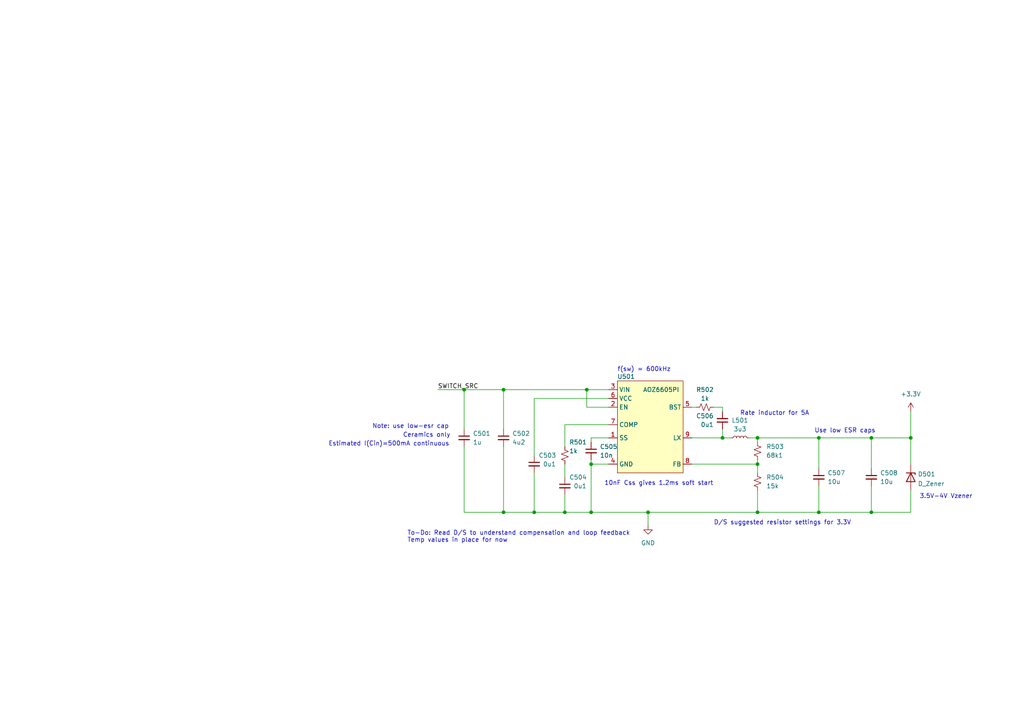
<source format=kicad_sch>
(kicad_sch (version 20211123) (generator eeschema)

  (uuid 1d868489-516a-4071-8587-ab67ef15ad3d)

  (paper "A4")

  (lib_symbols
    (symbol "Device:C_Small" (pin_numbers hide) (pin_names (offset 0.254) hide) (in_bom yes) (on_board yes)
      (property "Reference" "C" (id 0) (at 0.254 1.778 0)
        (effects (font (size 1.27 1.27)) (justify left))
      )
      (property "Value" "C_Small" (id 1) (at 0.254 -2.032 0)
        (effects (font (size 1.27 1.27)) (justify left))
      )
      (property "Footprint" "" (id 2) (at 0 0 0)
        (effects (font (size 1.27 1.27)) hide)
      )
      (property "Datasheet" "~" (id 3) (at 0 0 0)
        (effects (font (size 1.27 1.27)) hide)
      )
      (property "ki_keywords" "capacitor cap" (id 4) (at 0 0 0)
        (effects (font (size 1.27 1.27)) hide)
      )
      (property "ki_description" "Unpolarized capacitor, small symbol" (id 5) (at 0 0 0)
        (effects (font (size 1.27 1.27)) hide)
      )
      (property "ki_fp_filters" "C_*" (id 6) (at 0 0 0)
        (effects (font (size 1.27 1.27)) hide)
      )
      (symbol "C_Small_0_1"
        (polyline
          (pts
            (xy -1.524 -0.508)
            (xy 1.524 -0.508)
          )
          (stroke (width 0.3302) (type default) (color 0 0 0 0))
          (fill (type none))
        )
        (polyline
          (pts
            (xy -1.524 0.508)
            (xy 1.524 0.508)
          )
          (stroke (width 0.3048) (type default) (color 0 0 0 0))
          (fill (type none))
        )
      )
      (symbol "C_Small_1_1"
        (pin passive line (at 0 2.54 270) (length 2.032)
          (name "~" (effects (font (size 1.27 1.27))))
          (number "1" (effects (font (size 1.27 1.27))))
        )
        (pin passive line (at 0 -2.54 90) (length 2.032)
          (name "~" (effects (font (size 1.27 1.27))))
          (number "2" (effects (font (size 1.27 1.27))))
        )
      )
    )
    (symbol "Device:D_Zener" (pin_numbers hide) (pin_names (offset 1.016) hide) (in_bom yes) (on_board yes)
      (property "Reference" "D" (id 0) (at 0 2.54 0)
        (effects (font (size 1.27 1.27)))
      )
      (property "Value" "D_Zener" (id 1) (at 0 -2.54 0)
        (effects (font (size 1.27 1.27)))
      )
      (property "Footprint" "" (id 2) (at 0 0 0)
        (effects (font (size 1.27 1.27)) hide)
      )
      (property "Datasheet" "~" (id 3) (at 0 0 0)
        (effects (font (size 1.27 1.27)) hide)
      )
      (property "ki_keywords" "diode" (id 4) (at 0 0 0)
        (effects (font (size 1.27 1.27)) hide)
      )
      (property "ki_description" "Zener diode" (id 5) (at 0 0 0)
        (effects (font (size 1.27 1.27)) hide)
      )
      (property "ki_fp_filters" "TO-???* *_Diode_* *SingleDiode* D_*" (id 6) (at 0 0 0)
        (effects (font (size 1.27 1.27)) hide)
      )
      (symbol "D_Zener_0_1"
        (polyline
          (pts
            (xy 1.27 0)
            (xy -1.27 0)
          )
          (stroke (width 0) (type default) (color 0 0 0 0))
          (fill (type none))
        )
        (polyline
          (pts
            (xy -1.27 -1.27)
            (xy -1.27 1.27)
            (xy -0.762 1.27)
          )
          (stroke (width 0.254) (type default) (color 0 0 0 0))
          (fill (type none))
        )
        (polyline
          (pts
            (xy 1.27 -1.27)
            (xy 1.27 1.27)
            (xy -1.27 0)
            (xy 1.27 -1.27)
          )
          (stroke (width 0.254) (type default) (color 0 0 0 0))
          (fill (type none))
        )
      )
      (symbol "D_Zener_1_1"
        (pin passive line (at -3.81 0 0) (length 2.54)
          (name "K" (effects (font (size 1.27 1.27))))
          (number "1" (effects (font (size 1.27 1.27))))
        )
        (pin passive line (at 3.81 0 180) (length 2.54)
          (name "A" (effects (font (size 1.27 1.27))))
          (number "2" (effects (font (size 1.27 1.27))))
        )
      )
    )
    (symbol "Device:L_Small" (pin_numbers hide) (pin_names (offset 0.254) hide) (in_bom yes) (on_board yes)
      (property "Reference" "L" (id 0) (at 0.762 1.016 0)
        (effects (font (size 1.27 1.27)) (justify left))
      )
      (property "Value" "L_Small" (id 1) (at 0.762 -1.016 0)
        (effects (font (size 1.27 1.27)) (justify left))
      )
      (property "Footprint" "" (id 2) (at 0 0 0)
        (effects (font (size 1.27 1.27)) hide)
      )
      (property "Datasheet" "~" (id 3) (at 0 0 0)
        (effects (font (size 1.27 1.27)) hide)
      )
      (property "ki_keywords" "inductor choke coil reactor magnetic" (id 4) (at 0 0 0)
        (effects (font (size 1.27 1.27)) hide)
      )
      (property "ki_description" "Inductor, small symbol" (id 5) (at 0 0 0)
        (effects (font (size 1.27 1.27)) hide)
      )
      (property "ki_fp_filters" "Choke_* *Coil* Inductor_* L_*" (id 6) (at 0 0 0)
        (effects (font (size 1.27 1.27)) hide)
      )
      (symbol "L_Small_0_1"
        (arc (start 0 -2.032) (mid 0.508 -1.524) (end 0 -1.016)
          (stroke (width 0) (type default) (color 0 0 0 0))
          (fill (type none))
        )
        (arc (start 0 -1.016) (mid 0.508 -0.508) (end 0 0)
          (stroke (width 0) (type default) (color 0 0 0 0))
          (fill (type none))
        )
        (arc (start 0 0) (mid 0.508 0.508) (end 0 1.016)
          (stroke (width 0) (type default) (color 0 0 0 0))
          (fill (type none))
        )
        (arc (start 0 1.016) (mid 0.508 1.524) (end 0 2.032)
          (stroke (width 0) (type default) (color 0 0 0 0))
          (fill (type none))
        )
      )
      (symbol "L_Small_1_1"
        (pin passive line (at 0 2.54 270) (length 0.508)
          (name "~" (effects (font (size 1.27 1.27))))
          (number "1" (effects (font (size 1.27 1.27))))
        )
        (pin passive line (at 0 -2.54 90) (length 0.508)
          (name "~" (effects (font (size 1.27 1.27))))
          (number "2" (effects (font (size 1.27 1.27))))
        )
      )
    )
    (symbol "Device:R_Small_US" (pin_numbers hide) (pin_names (offset 0.254) hide) (in_bom yes) (on_board yes)
      (property "Reference" "R" (id 0) (at 0.762 0.508 0)
        (effects (font (size 1.27 1.27)) (justify left))
      )
      (property "Value" "R_Small_US" (id 1) (at 0.762 -1.016 0)
        (effects (font (size 1.27 1.27)) (justify left))
      )
      (property "Footprint" "" (id 2) (at 0 0 0)
        (effects (font (size 1.27 1.27)) hide)
      )
      (property "Datasheet" "~" (id 3) (at 0 0 0)
        (effects (font (size 1.27 1.27)) hide)
      )
      (property "ki_keywords" "r resistor" (id 4) (at 0 0 0)
        (effects (font (size 1.27 1.27)) hide)
      )
      (property "ki_description" "Resistor, small US symbol" (id 5) (at 0 0 0)
        (effects (font (size 1.27 1.27)) hide)
      )
      (property "ki_fp_filters" "R_*" (id 6) (at 0 0 0)
        (effects (font (size 1.27 1.27)) hide)
      )
      (symbol "R_Small_US_1_1"
        (polyline
          (pts
            (xy 0 0)
            (xy 1.016 -0.381)
            (xy 0 -0.762)
            (xy -1.016 -1.143)
            (xy 0 -1.524)
          )
          (stroke (width 0) (type default) (color 0 0 0 0))
          (fill (type none))
        )
        (polyline
          (pts
            (xy 0 1.524)
            (xy 1.016 1.143)
            (xy 0 0.762)
            (xy -1.016 0.381)
            (xy 0 0)
          )
          (stroke (width 0) (type default) (color 0 0 0 0))
          (fill (type none))
        )
        (pin passive line (at 0 2.54 270) (length 1.016)
          (name "~" (effects (font (size 1.27 1.27))))
          (number "1" (effects (font (size 1.27 1.27))))
        )
        (pin passive line (at 0 -2.54 90) (length 1.016)
          (name "~" (effects (font (size 1.27 1.27))))
          (number "2" (effects (font (size 1.27 1.27))))
        )
      )
    )
    (symbol "QuadrotorLib:AOZ6605PI" (in_bom yes) (on_board yes)
      (property "Reference" "U" (id 0) (at -7.62 13.97 0)
        (effects (font (size 1.27 1.27)))
      )
      (property "Value" "AOZ6605PI" (id 1) (at 5.08 13.97 0)
        (effects (font (size 1.27 1.27)))
      )
      (property "Footprint" "" (id 2) (at -2.54 6.35 0)
        (effects (font (size 1.27 1.27)) hide)
      )
      (property "Datasheet" "" (id 3) (at -2.54 6.35 0)
        (effects (font (size 1.27 1.27)) hide)
      )
      (symbol "AOZ6605PI_0_1"
        (rectangle (start -8.89 12.7) (end 10.16 -13.97)
          (stroke (width 0) (type default) (color 0 0 0 0))
          (fill (type background))
        )
      )
      (symbol "AOZ6605PI_1_1"
        (pin input line (at -11.43 -3.81 0) (length 2.54)
          (name "SS" (effects (font (size 1.27 1.27))))
          (number "1" (effects (font (size 1.27 1.27))))
        )
        (pin input line (at -11.43 5.08 0) (length 2.54)
          (name "EN" (effects (font (size 1.27 1.27))))
          (number "2" (effects (font (size 1.27 1.27))))
        )
        (pin input line (at -11.43 10.16 0) (length 2.54)
          (name "VIN" (effects (font (size 1.27 1.27))))
          (number "3" (effects (font (size 1.27 1.27))))
        )
        (pin input line (at -11.43 -11.43 0) (length 2.54)
          (name "GND" (effects (font (size 1.27 1.27))))
          (number "4" (effects (font (size 1.27 1.27))))
        )
        (pin input line (at 12.7 5.08 180) (length 2.54)
          (name "BST" (effects (font (size 1.27 1.27))))
          (number "5" (effects (font (size 1.27 1.27))))
        )
        (pin input line (at -11.43 7.62 0) (length 2.54)
          (name "VCC" (effects (font (size 1.27 1.27))))
          (number "6" (effects (font (size 1.27 1.27))))
        )
        (pin input line (at -11.43 0 0) (length 2.54)
          (name "COMP" (effects (font (size 1.27 1.27))))
          (number "7" (effects (font (size 1.27 1.27))))
        )
        (pin input line (at 12.7 -11.43 180) (length 2.54)
          (name "FB" (effects (font (size 1.27 1.27))))
          (number "8" (effects (font (size 1.27 1.27))))
        )
        (pin input line (at 12.7 -3.81 180) (length 2.54)
          (name "LX" (effects (font (size 1.27 1.27))))
          (number "9" (effects (font (size 1.27 1.27))))
        )
      )
    )
    (symbol "power:+3.3V" (power) (pin_names (offset 0)) (in_bom yes) (on_board yes)
      (property "Reference" "#PWR" (id 0) (at 0 -3.81 0)
        (effects (font (size 1.27 1.27)) hide)
      )
      (property "Value" "+3.3V" (id 1) (at 0 3.556 0)
        (effects (font (size 1.27 1.27)))
      )
      (property "Footprint" "" (id 2) (at 0 0 0)
        (effects (font (size 1.27 1.27)) hide)
      )
      (property "Datasheet" "" (id 3) (at 0 0 0)
        (effects (font (size 1.27 1.27)) hide)
      )
      (property "ki_keywords" "power-flag" (id 4) (at 0 0 0)
        (effects (font (size 1.27 1.27)) hide)
      )
      (property "ki_description" "Power symbol creates a global label with name \"+3.3V\"" (id 5) (at 0 0 0)
        (effects (font (size 1.27 1.27)) hide)
      )
      (symbol "+3.3V_0_1"
        (polyline
          (pts
            (xy -0.762 1.27)
            (xy 0 2.54)
          )
          (stroke (width 0) (type default) (color 0 0 0 0))
          (fill (type none))
        )
        (polyline
          (pts
            (xy 0 0)
            (xy 0 2.54)
          )
          (stroke (width 0) (type default) (color 0 0 0 0))
          (fill (type none))
        )
        (polyline
          (pts
            (xy 0 2.54)
            (xy 0.762 1.27)
          )
          (stroke (width 0) (type default) (color 0 0 0 0))
          (fill (type none))
        )
      )
      (symbol "+3.3V_1_1"
        (pin power_in line (at 0 0 90) (length 0) hide
          (name "+3.3V" (effects (font (size 1.27 1.27))))
          (number "1" (effects (font (size 1.27 1.27))))
        )
      )
    )
    (symbol "power:GND" (power) (pin_names (offset 0)) (in_bom yes) (on_board yes)
      (property "Reference" "#PWR" (id 0) (at 0 -6.35 0)
        (effects (font (size 1.27 1.27)) hide)
      )
      (property "Value" "GND" (id 1) (at 0 -3.81 0)
        (effects (font (size 1.27 1.27)))
      )
      (property "Footprint" "" (id 2) (at 0 0 0)
        (effects (font (size 1.27 1.27)) hide)
      )
      (property "Datasheet" "" (id 3) (at 0 0 0)
        (effects (font (size 1.27 1.27)) hide)
      )
      (property "ki_keywords" "power-flag" (id 4) (at 0 0 0)
        (effects (font (size 1.27 1.27)) hide)
      )
      (property "ki_description" "Power symbol creates a global label with name \"GND\" , ground" (id 5) (at 0 0 0)
        (effects (font (size 1.27 1.27)) hide)
      )
      (symbol "GND_0_1"
        (polyline
          (pts
            (xy 0 0)
            (xy 0 -1.27)
            (xy 1.27 -1.27)
            (xy 0 -2.54)
            (xy -1.27 -1.27)
            (xy 0 -1.27)
          )
          (stroke (width 0) (type default) (color 0 0 0 0))
          (fill (type none))
        )
      )
      (symbol "GND_1_1"
        (pin power_in line (at 0 0 270) (length 0) hide
          (name "GND" (effects (font (size 1.27 1.27))))
          (number "1" (effects (font (size 1.27 1.27))))
        )
      )
    )
  )

  (junction (at 170.18 113.03) (diameter 0) (color 0 0 0 0)
    (uuid 050e4068-aab1-482c-8b21-c70c5d93efed)
  )
  (junction (at 252.73 127) (diameter 0) (color 0 0 0 0)
    (uuid 1022e2dd-2c72-4887-9ebc-030c980a7e65)
  )
  (junction (at 146.05 113.03) (diameter 0) (color 0 0 0 0)
    (uuid 19d84bb7-658c-41b3-998b-a061cb929c53)
  )
  (junction (at 209.55 127) (diameter 0) (color 0 0 0 0)
    (uuid 1c0920aa-9944-4f3a-9526-18e23d00ab24)
  )
  (junction (at 219.71 134.62) (diameter 0) (color 0 0 0 0)
    (uuid 38d30f19-e9ba-4557-8846-c80d416d286d)
  )
  (junction (at 187.96 148.59) (diameter 0) (color 0 0 0 0)
    (uuid 3bd6f4c0-12bb-4421-a895-0534633f994e)
  )
  (junction (at 154.94 148.59) (diameter 0) (color 0 0 0 0)
    (uuid 52bce1b5-5c4b-493a-8fb9-f7f4505c8a0e)
  )
  (junction (at 237.49 127) (diameter 0) (color 0 0 0 0)
    (uuid 63b1e0be-ca9e-4bab-9301-6520b044a2e1)
  )
  (junction (at 237.49 148.59) (diameter 0) (color 0 0 0 0)
    (uuid 7386f915-069d-4441-b517-95c7e940d22e)
  )
  (junction (at 264.16 127) (diameter 0) (color 0 0 0 0)
    (uuid 7a4b74aa-9740-40ff-8091-bafe7c4647fa)
  )
  (junction (at 146.05 148.59) (diameter 0) (color 0 0 0 0)
    (uuid 8d00ccc4-fe13-4ec0-b144-8eede6923bd0)
  )
  (junction (at 219.71 127) (diameter 0) (color 0 0 0 0)
    (uuid a21de0d7-d32f-49b8-b967-0f1ee325a90a)
  )
  (junction (at 163.83 148.59) (diameter 0) (color 0 0 0 0)
    (uuid a8a687d9-13cc-4252-ba8b-d9b78b1fc014)
  )
  (junction (at 219.71 148.59) (diameter 0) (color 0 0 0 0)
    (uuid b84acb40-ebe7-4b66-8389-691c405e4bc8)
  )
  (junction (at 134.62 113.03) (diameter 0) (color 0 0 0 0)
    (uuid cc2ca3e4-c826-4f1b-a910-61ea620fa385)
  )
  (junction (at 171.45 134.62) (diameter 0) (color 0 0 0 0)
    (uuid d20178ae-bc25-4062-9e09-a3b96d57a4bc)
  )
  (junction (at 171.45 148.59) (diameter 0) (color 0 0 0 0)
    (uuid ee7b45ab-a762-47c3-bfc6-99dc6f6f9a1f)
  )
  (junction (at 252.73 148.59) (diameter 0) (color 0 0 0 0)
    (uuid f73f3230-b292-48bd-926d-12776c9d26ba)
  )

  (wire (pts (xy 163.83 123.19) (xy 176.53 123.19))
    (stroke (width 0) (type default) (color 0 0 0 0))
    (uuid 03e27ca4-9c48-49ad-98ed-73ee32b701a5)
  )
  (wire (pts (xy 264.16 142.24) (xy 264.16 148.59))
    (stroke (width 0) (type default) (color 0 0 0 0))
    (uuid 062196cc-2727-47fa-8352-908f2af18213)
  )
  (wire (pts (xy 209.55 118.11) (xy 209.55 119.38))
    (stroke (width 0) (type default) (color 0 0 0 0))
    (uuid 0777414d-6210-4222-b65f-7c852d99f3c4)
  )
  (wire (pts (xy 163.83 143.51) (xy 163.83 148.59))
    (stroke (width 0) (type default) (color 0 0 0 0))
    (uuid 0b6ea4c4-a636-456e-a4fa-417d29898cd5)
  )
  (wire (pts (xy 171.45 148.59) (xy 187.96 148.59))
    (stroke (width 0) (type default) (color 0 0 0 0))
    (uuid 12c36cda-d383-454b-8475-4b4e170a1348)
  )
  (wire (pts (xy 146.05 129.54) (xy 146.05 148.59))
    (stroke (width 0) (type default) (color 0 0 0 0))
    (uuid 17e0dfe6-7c45-4172-bcc7-4b4d95ce8a0b)
  )
  (wire (pts (xy 264.16 148.59) (xy 252.73 148.59))
    (stroke (width 0) (type default) (color 0 0 0 0))
    (uuid 1a90f395-bf2c-40f1-82bf-e4ccae7a1f28)
  )
  (wire (pts (xy 154.94 132.08) (xy 154.94 115.57))
    (stroke (width 0) (type default) (color 0 0 0 0))
    (uuid 1b4b9870-11bd-4278-a537-74a9640700bf)
  )
  (wire (pts (xy 200.66 134.62) (xy 219.71 134.62))
    (stroke (width 0) (type default) (color 0 0 0 0))
    (uuid 23af9ddb-95b1-4217-a429-123557ecbf04)
  )
  (wire (pts (xy 200.66 118.11) (xy 201.93 118.11))
    (stroke (width 0) (type default) (color 0 0 0 0))
    (uuid 2ddfc6c7-54aa-447f-b1da-01d7fcaaf73c)
  )
  (wire (pts (xy 134.62 148.59) (xy 146.05 148.59))
    (stroke (width 0) (type default) (color 0 0 0 0))
    (uuid 2f6852d7-2bcb-44f3-9596-9c975817a15e)
  )
  (wire (pts (xy 219.71 134.62) (xy 219.71 133.35))
    (stroke (width 0) (type default) (color 0 0 0 0))
    (uuid 365bce2e-73f1-45a0-88c9-c86fc9b961c2)
  )
  (wire (pts (xy 219.71 127) (xy 219.71 128.27))
    (stroke (width 0) (type default) (color 0 0 0 0))
    (uuid 3c3d4ea3-908b-449d-b25f-fc808253079a)
  )
  (wire (pts (xy 146.05 113.03) (xy 170.18 113.03))
    (stroke (width 0) (type default) (color 0 0 0 0))
    (uuid 40de0e85-3002-4d2b-9e0d-6abd3029b25c)
  )
  (wire (pts (xy 252.73 135.89) (xy 252.73 127))
    (stroke (width 0) (type default) (color 0 0 0 0))
    (uuid 4d22ae0e-7f57-4c60-8ec7-86250b9f8561)
  )
  (wire (pts (xy 171.45 134.62) (xy 176.53 134.62))
    (stroke (width 0) (type default) (color 0 0 0 0))
    (uuid 4f09ecd5-fed0-48f6-a61b-ea6082a485c0)
  )
  (wire (pts (xy 207.01 118.11) (xy 209.55 118.11))
    (stroke (width 0) (type default) (color 0 0 0 0))
    (uuid 642b21d3-5e39-4b3f-8456-92614cff10cd)
  )
  (wire (pts (xy 163.83 134.62) (xy 163.83 138.43))
    (stroke (width 0) (type default) (color 0 0 0 0))
    (uuid 668d12f7-7cfc-4442-9019-1fae35fe509a)
  )
  (wire (pts (xy 154.94 148.59) (xy 163.83 148.59))
    (stroke (width 0) (type default) (color 0 0 0 0))
    (uuid 6b54b1c7-e49b-417b-b91b-2799a4bfdbd2)
  )
  (wire (pts (xy 170.18 113.03) (xy 176.53 113.03))
    (stroke (width 0) (type default) (color 0 0 0 0))
    (uuid 6c6f0a19-77ed-4d81-8fce-99eab92faebb)
  )
  (wire (pts (xy 154.94 115.57) (xy 176.53 115.57))
    (stroke (width 0) (type default) (color 0 0 0 0))
    (uuid 6cbbf96f-deb0-4c1d-a7c1-d00e5ed8ce03)
  )
  (wire (pts (xy 219.71 148.59) (xy 237.49 148.59))
    (stroke (width 0) (type default) (color 0 0 0 0))
    (uuid 72c2b9c5-1b2f-4b27-a308-43e73ee12b27)
  )
  (wire (pts (xy 219.71 127) (xy 237.49 127))
    (stroke (width 0) (type default) (color 0 0 0 0))
    (uuid 7557bf99-ed92-46eb-8d4c-5647fa3690dd)
  )
  (wire (pts (xy 264.16 119.38) (xy 264.16 127))
    (stroke (width 0) (type default) (color 0 0 0 0))
    (uuid 7587fb83-0501-447e-bad0-2423bdb2af82)
  )
  (wire (pts (xy 170.18 118.11) (xy 170.18 113.03))
    (stroke (width 0) (type default) (color 0 0 0 0))
    (uuid 76dea2e4-962d-4aeb-b5ff-f82afe41bf2e)
  )
  (wire (pts (xy 176.53 118.11) (xy 170.18 118.11))
    (stroke (width 0) (type default) (color 0 0 0 0))
    (uuid 7ef0c609-0c73-49e4-803e-55010c24599e)
  )
  (wire (pts (xy 134.62 129.54) (xy 134.62 148.59))
    (stroke (width 0) (type default) (color 0 0 0 0))
    (uuid 8cc34c0c-500d-46d8-9dbe-a4b89b4ffb7d)
  )
  (wire (pts (xy 127 113.03) (xy 134.62 113.03))
    (stroke (width 0) (type default) (color 0 0 0 0))
    (uuid 8df1a327-a013-4ad9-8c00-a6a515d02b2b)
  )
  (wire (pts (xy 163.83 129.54) (xy 163.83 123.19))
    (stroke (width 0) (type default) (color 0 0 0 0))
    (uuid 9587e8a8-afd5-42ff-8e13-3c01d9cb2597)
  )
  (wire (pts (xy 237.49 135.89) (xy 237.49 127))
    (stroke (width 0) (type default) (color 0 0 0 0))
    (uuid 959ca723-372f-4492-842d-5b7343f32ce4)
  )
  (wire (pts (xy 219.71 134.62) (xy 219.71 137.16))
    (stroke (width 0) (type default) (color 0 0 0 0))
    (uuid 99357156-6ee9-4f8c-855b-203d96db4fbb)
  )
  (wire (pts (xy 209.55 124.46) (xy 209.55 127))
    (stroke (width 0) (type default) (color 0 0 0 0))
    (uuid 9a2ecaa2-333b-4d7d-9d6a-ecf8b1ee2334)
  )
  (wire (pts (xy 134.62 113.03) (xy 146.05 113.03))
    (stroke (width 0) (type default) (color 0 0 0 0))
    (uuid 9da1b672-25ef-4c87-8e27-1a4c54205d23)
  )
  (wire (pts (xy 171.45 134.62) (xy 171.45 148.59))
    (stroke (width 0) (type default) (color 0 0 0 0))
    (uuid 9ea8fdec-148d-4c6c-945c-69d711353919)
  )
  (wire (pts (xy 237.49 148.59) (xy 252.73 148.59))
    (stroke (width 0) (type default) (color 0 0 0 0))
    (uuid a58f4153-6227-4b0d-8272-2ab6bbf7eb09)
  )
  (wire (pts (xy 217.17 127) (xy 219.71 127))
    (stroke (width 0) (type default) (color 0 0 0 0))
    (uuid a5edd35f-0cd8-4131-b4c6-b5ac7ed781ef)
  )
  (wire (pts (xy 154.94 137.16) (xy 154.94 148.59))
    (stroke (width 0) (type default) (color 0 0 0 0))
    (uuid a9cd1b75-9af4-459b-be52-d4e760fb7be1)
  )
  (wire (pts (xy 209.55 127) (xy 212.09 127))
    (stroke (width 0) (type default) (color 0 0 0 0))
    (uuid afd2290b-43e0-47fe-84b4-be788b1e29c5)
  )
  (wire (pts (xy 200.66 127) (xy 209.55 127))
    (stroke (width 0) (type default) (color 0 0 0 0))
    (uuid b734a671-5253-439d-adc8-fc5ee714409a)
  )
  (wire (pts (xy 146.05 148.59) (xy 154.94 148.59))
    (stroke (width 0) (type default) (color 0 0 0 0))
    (uuid c2ea537b-a6c8-4470-b4dc-7b067188404b)
  )
  (wire (pts (xy 187.96 148.59) (xy 187.96 152.4))
    (stroke (width 0) (type default) (color 0 0 0 0))
    (uuid cb155874-a755-4b28-96bc-63756d1de01e)
  )
  (wire (pts (xy 237.49 148.59) (xy 237.49 140.97))
    (stroke (width 0) (type default) (color 0 0 0 0))
    (uuid cb71f709-90d2-4911-a3ee-c3c3ce6bad6d)
  )
  (wire (pts (xy 171.45 133.35) (xy 171.45 134.62))
    (stroke (width 0) (type default) (color 0 0 0 0))
    (uuid cb85b8c5-7a93-448d-a705-cc4734e4f958)
  )
  (wire (pts (xy 252.73 148.59) (xy 252.73 140.97))
    (stroke (width 0) (type default) (color 0 0 0 0))
    (uuid cba73937-9555-4c7a-9f34-0133d852cae6)
  )
  (wire (pts (xy 187.96 148.59) (xy 219.71 148.59))
    (stroke (width 0) (type default) (color 0 0 0 0))
    (uuid d0a3fda5-204e-4625-ad29-d675c0b9bbb1)
  )
  (wire (pts (xy 264.16 127) (xy 252.73 127))
    (stroke (width 0) (type default) (color 0 0 0 0))
    (uuid d3f56111-d65a-4700-aaa3-f05bfe405541)
  )
  (wire (pts (xy 171.45 128.27) (xy 171.45 127))
    (stroke (width 0) (type default) (color 0 0 0 0))
    (uuid d8425cd8-e411-411f-848c-e717b1247075)
  )
  (wire (pts (xy 146.05 113.03) (xy 146.05 124.46))
    (stroke (width 0) (type default) (color 0 0 0 0))
    (uuid e8661e09-c8e5-41c4-b392-e2706874604b)
  )
  (wire (pts (xy 237.49 127) (xy 252.73 127))
    (stroke (width 0) (type default) (color 0 0 0 0))
    (uuid e9c3c4d2-1d0b-4eed-96ab-c0f68e1fe9fa)
  )
  (wire (pts (xy 134.62 113.03) (xy 134.62 124.46))
    (stroke (width 0) (type default) (color 0 0 0 0))
    (uuid ef535b40-b92b-4a63-a4dd-28562be785ef)
  )
  (wire (pts (xy 219.71 142.24) (xy 219.71 148.59))
    (stroke (width 0) (type default) (color 0 0 0 0))
    (uuid f4106f2b-a75f-421f-8ace-d0acd7109d81)
  )
  (wire (pts (xy 264.16 127) (xy 264.16 134.62))
    (stroke (width 0) (type default) (color 0 0 0 0))
    (uuid f82bb1b3-e06e-48b3-9314-4dca4fac2599)
  )
  (wire (pts (xy 163.83 148.59) (xy 171.45 148.59))
    (stroke (width 0) (type default) (color 0 0 0 0))
    (uuid fdc5548f-cae6-410c-ab9d-6f9056542800)
  )
  (wire (pts (xy 171.45 127) (xy 176.53 127))
    (stroke (width 0) (type default) (color 0 0 0 0))
    (uuid fedb5ea0-5997-4c57-874b-8013a5f0d990)
  )

  (text "Estimated I(Cin)=500mA continuous" (at 95.25 129.54 0)
    (effects (font (size 1.27 1.27)) (justify left bottom))
    (uuid 1a504af5-a852-4a48-a467-59820464f8e0)
  )
  (text "Note: use low-esr cap" (at 107.95 124.46 0)
    (effects (font (size 1.27 1.27)) (justify left bottom))
    (uuid 1f6c474a-ed40-427b-a5ad-21aa78248669)
  )
  (text "To-Do: Read D/S to understand compensation and loop feedback\nTemp values in place for now"
    (at 118.11 157.48 0)
    (effects (font (size 1.27 1.27)) (justify left bottom))
    (uuid 272ff4c4-cab1-4091-b214-dba75c1a6e2b)
  )
  (text "Rate inductor for 5A" (at 214.63 120.65 0)
    (effects (font (size 1.27 1.27)) (justify left bottom))
    (uuid 4b742c08-460f-4902-bcb1-1dfe78f794c5)
  )
  (text "Use low ESR caps" (at 236.22 125.73 0)
    (effects (font (size 1.27 1.27)) (justify left bottom))
    (uuid 64f7110f-e5b9-4244-8da8-b3931533034c)
  )
  (text "Ceramics only" (at 116.84 127 0)
    (effects (font (size 1.27 1.27)) (justify left bottom))
    (uuid 8d229d59-c7ec-4b25-80ab-f9697a46a278)
  )
  (text "f(sw) = 600kHz" (at 179.07 107.95 0)
    (effects (font (size 1.27 1.27)) (justify left bottom))
    (uuid a0d8b37a-55bc-486f-b813-7bb4492e4a9d)
  )
  (text "3.5V-4V Vzener" (at 266.7 144.78 0)
    (effects (font (size 1.27 1.27)) (justify left bottom))
    (uuid e22924e3-1740-463f-b20d-da90ab42af89)
  )
  (text "D/S suggested resistor settings for 3.3V" (at 207.01 152.4 0)
    (effects (font (size 1.27 1.27)) (justify left bottom))
    (uuid e4f66b63-9b68-4524-a890-b7325a7e4e88)
  )
  (text "10nF Css gives 1.2ms soft start" (at 175.26 140.97 0)
    (effects (font (size 1.27 1.27)) (justify left bottom))
    (uuid e9d821e6-07ba-4e13-a81f-5750a6bb3390)
  )

  (label "SWITCH_SRC" (at 127 113.03 0)
    (effects (font (size 1.27 1.27)) (justify left bottom))
    (uuid f2c838ce-524b-48cd-aed6-c4fe855f1b36)
  )

  (symbol (lib_id "Device:C_Small") (at 134.62 127 0) (mirror y) (unit 1)
    (in_bom yes) (on_board yes) (fields_autoplaced)
    (uuid 06c2ba25-307a-42f6-a71b-3adce657aa52)
    (property "Reference" "C501" (id 0) (at 137.16 125.7362 0)
      (effects (font (size 1.27 1.27)) (justify right))
    )
    (property "Value" "1u" (id 1) (at 137.16 128.2762 0)
      (effects (font (size 1.27 1.27)) (justify right))
    )
    (property "Footprint" "Capacitor_SMD:C_0805_2012Metric" (id 2) (at 134.62 127 0)
      (effects (font (size 1.27 1.27)) hide)
    )
    (property "Datasheet" "~" (id 3) (at 134.62 127 0)
      (effects (font (size 1.27 1.27)) hide)
    )
    (pin "1" (uuid aa100e7e-1b27-40e6-80aa-c22f122f8f91))
    (pin "2" (uuid 5f0c7aa6-9977-465a-913c-6ff3837b3499))
  )

  (symbol (lib_id "power:GND") (at 187.96 152.4 0) (unit 1)
    (in_bom yes) (on_board yes) (fields_autoplaced)
    (uuid 0995e1a7-ffe0-4274-82f5-86490eb8d92e)
    (property "Reference" "#PWR0501" (id 0) (at 187.96 158.75 0)
      (effects (font (size 1.27 1.27)) hide)
    )
    (property "Value" "GND" (id 1) (at 187.96 157.48 0))
    (property "Footprint" "" (id 2) (at 187.96 152.4 0)
      (effects (font (size 1.27 1.27)) hide)
    )
    (property "Datasheet" "" (id 3) (at 187.96 152.4 0)
      (effects (font (size 1.27 1.27)) hide)
    )
    (pin "1" (uuid a2838c0a-5074-4b43-8c96-12888c10f733))
  )

  (symbol (lib_id "Device:R_Small_US") (at 163.83 132.08 0) (unit 1)
    (in_bom yes) (on_board yes)
    (uuid 1fb0d658-277f-48b1-9bb0-50ef8330c735)
    (property "Reference" "R501" (id 0) (at 165.1 128.27 0)
      (effects (font (size 1.27 1.27)) (justify left))
    )
    (property "Value" "1k" (id 1) (at 165.1 130.81 0)
      (effects (font (size 1.27 1.27)) (justify left))
    )
    (property "Footprint" "Resistor_SMD:R_0402_1005Metric" (id 2) (at 163.83 132.08 0)
      (effects (font (size 1.27 1.27)) hide)
    )
    (property "Datasheet" "~" (id 3) (at 163.83 132.08 0)
      (effects (font (size 1.27 1.27)) hide)
    )
    (pin "1" (uuid 6efdf1e8-59ca-4dcf-a172-2df2ecb9920e))
    (pin "2" (uuid 6309c111-2fa7-47d5-bc3d-1da6d108e5ce))
  )

  (symbol (lib_id "Device:L_Small") (at 214.63 127 90) (unit 1)
    (in_bom yes) (on_board yes) (fields_autoplaced)
    (uuid 214962ce-30e9-40e8-a35c-d05a6dfaba28)
    (property "Reference" "L501" (id 0) (at 214.63 121.92 90))
    (property "Value" "3u3" (id 1) (at 214.63 124.46 90))
    (property "Footprint" "Inductor_SMD:L_12x12mm_H4.5mm" (id 2) (at 214.63 127 0)
      (effects (font (size 1.27 1.27)) hide)
    )
    (property "Datasheet" "~" (id 3) (at 214.63 127 0)
      (effects (font (size 1.27 1.27)) hide)
    )
    (pin "1" (uuid 9903af5f-141d-471a-bc11-59e9d0a021f6))
    (pin "2" (uuid c2602f5a-d60b-42db-9eb7-18690cef2f2e))
  )

  (symbol (lib_id "Device:C_Small") (at 209.55 121.92 0) (mirror x) (unit 1)
    (in_bom yes) (on_board yes) (fields_autoplaced)
    (uuid 2227a45b-90d5-40d8-a443-df9d9c8ec219)
    (property "Reference" "C506" (id 0) (at 207.01 120.6435 0)
      (effects (font (size 1.27 1.27)) (justify right))
    )
    (property "Value" "0u1" (id 1) (at 207.01 123.1835 0)
      (effects (font (size 1.27 1.27)) (justify right))
    )
    (property "Footprint" "Capacitor_SMD:C_0402_1005Metric" (id 2) (at 209.55 121.92 0)
      (effects (font (size 1.27 1.27)) hide)
    )
    (property "Datasheet" "~" (id 3) (at 209.55 121.92 0)
      (effects (font (size 1.27 1.27)) hide)
    )
    (pin "1" (uuid be6a38e7-f85d-41b9-889d-065900738ea7))
    (pin "2" (uuid 0dc81579-7f92-42bd-b36d-dfe5edbb9df3))
  )

  (symbol (lib_id "Device:C_Small") (at 146.05 127 0) (mirror y) (unit 1)
    (in_bom yes) (on_board yes) (fields_autoplaced)
    (uuid 27a4ce66-3c44-4277-bcad-0dd45435c8a9)
    (property "Reference" "C502" (id 0) (at 148.59 125.7362 0)
      (effects (font (size 1.27 1.27)) (justify right))
    )
    (property "Value" "4u2" (id 1) (at 148.59 128.2762 0)
      (effects (font (size 1.27 1.27)) (justify right))
    )
    (property "Footprint" "Capacitor_SMD:C_0805_2012Metric" (id 2) (at 146.05 127 0)
      (effects (font (size 1.27 1.27)) hide)
    )
    (property "Datasheet" "~" (id 3) (at 146.05 127 0)
      (effects (font (size 1.27 1.27)) hide)
    )
    (pin "1" (uuid 16f61d5d-4161-45a0-9319-3343b529073a))
    (pin "2" (uuid ead2fca4-7532-46a7-a798-adb809168f35))
  )

  (symbol (lib_id "Device:R_Small_US") (at 204.47 118.11 270) (unit 1)
    (in_bom yes) (on_board yes)
    (uuid 5207d998-98e6-4265-9920-a173959118e3)
    (property "Reference" "R502" (id 0) (at 204.47 113.03 90))
    (property "Value" "1k" (id 1) (at 204.47 115.57 90))
    (property "Footprint" "Resistor_SMD:R_0402_1005Metric" (id 2) (at 204.47 118.11 0)
      (effects (font (size 1.27 1.27)) hide)
    )
    (property "Datasheet" "~" (id 3) (at 204.47 118.11 0)
      (effects (font (size 1.27 1.27)) hide)
    )
    (pin "1" (uuid a4feed54-35b5-4b63-9fe3-ba30d88d5248))
    (pin "2" (uuid 7922e6f0-ff40-4515-a6cb-8e2b12cc6033))
  )

  (symbol (lib_id "Device:C_Small") (at 154.94 134.62 0) (mirror y) (unit 1)
    (in_bom yes) (on_board yes)
    (uuid 75858566-a6d1-4848-94f3-ae0e3828eb08)
    (property "Reference" "C503" (id 0) (at 156.21 132.08 0)
      (effects (font (size 1.27 1.27)) (justify right))
    )
    (property "Value" "0u1" (id 1) (at 157.48 134.62 0)
      (effects (font (size 1.27 1.27)) (justify right))
    )
    (property "Footprint" "Capacitor_SMD:C_0402_1005Metric" (id 2) (at 154.94 134.62 0)
      (effects (font (size 1.27 1.27)) hide)
    )
    (property "Datasheet" "~" (id 3) (at 154.94 134.62 0)
      (effects (font (size 1.27 1.27)) hide)
    )
    (pin "1" (uuid 76ea5a71-909a-45e1-bcf4-fc82b10580c1))
    (pin "2" (uuid 614139d5-9e93-4cba-9b20-7f5027fd8cf6))
  )

  (symbol (lib_id "Device:D_Zener") (at 264.16 138.43 270) (unit 1)
    (in_bom yes) (on_board yes) (fields_autoplaced)
    (uuid 804723d2-bff4-42f7-8f79-d870ef8e175e)
    (property "Reference" "D501" (id 0) (at 266.192 137.5215 90)
      (effects (font (size 1.27 1.27)) (justify left))
    )
    (property "Value" "D_Zener" (id 1) (at 266.192 140.2966 90)
      (effects (font (size 1.27 1.27)) (justify left))
    )
    (property "Footprint" "Diode_SMD:D_SOD-323" (id 2) (at 264.16 138.43 0)
      (effects (font (size 1.27 1.27)) hide)
    )
    (property "Datasheet" "~" (id 3) (at 264.16 138.43 0)
      (effects (font (size 1.27 1.27)) hide)
    )
    (pin "1" (uuid 357d3abc-5667-46f9-98f3-a7e4c09cfa6e))
    (pin "2" (uuid 94a61114-4e68-41b1-9587-3f3a34c36417))
  )

  (symbol (lib_id "Device:C_Small") (at 237.49 138.43 0) (mirror y) (unit 1)
    (in_bom yes) (on_board yes) (fields_autoplaced)
    (uuid 95f2e590-3a2e-4f3e-ba8d-d37821113593)
    (property "Reference" "C507" (id 0) (at 240.03 137.1662 0)
      (effects (font (size 1.27 1.27)) (justify right))
    )
    (property "Value" "10u" (id 1) (at 240.03 139.7062 0)
      (effects (font (size 1.27 1.27)) (justify right))
    )
    (property "Footprint" "Capacitor_SMD:CP_Elec_6.3x5.4" (id 2) (at 237.49 138.43 0)
      (effects (font (size 1.27 1.27)) hide)
    )
    (property "Datasheet" "~" (id 3) (at 237.49 138.43 0)
      (effects (font (size 1.27 1.27)) hide)
    )
    (pin "1" (uuid 2a2d1264-0db1-467a-8b9c-fbcf9448cb27))
    (pin "2" (uuid 7e7fe077-953e-4564-9c37-483ebf999c4c))
  )

  (symbol (lib_id "QuadrotorLib:AOZ6605PI") (at 187.96 123.19 0) (unit 1)
    (in_bom yes) (on_board yes)
    (uuid 977952c1-a752-4393-8d75-ef9837d0db3e)
    (property "Reference" "U501" (id 0) (at 181.61 109.22 0))
    (property "Value" "AOZ6605PI" (id 1) (at 191.77 113.03 0))
    (property "Footprint" "Package_SO:SOIC-8-1EP_3.9x4.9mm_P1.27mm_EP2.95x4.9mm_Mask2.71x3.4mm" (id 2) (at 185.42 116.84 0)
      (effects (font (size 1.27 1.27)) hide)
    )
    (property "Datasheet" "" (id 3) (at 185.42 116.84 0)
      (effects (font (size 1.27 1.27)) hide)
    )
    (pin "1" (uuid 76ece4a8-f186-4a7b-9710-48e339d32bb5))
    (pin "2" (uuid 953c2627-9092-48a5-ac42-cda233424d30))
    (pin "3" (uuid 04d7217a-12e5-4cd8-9e7f-1f95e3d2cf95))
    (pin "4" (uuid f1f6bfae-710f-4468-83c2-4e40403136d0))
    (pin "5" (uuid 3b90b042-d8ba-4120-922a-02512a1ff1da))
    (pin "6" (uuid ae52da47-92cf-4970-b576-6f734d65b21a))
    (pin "7" (uuid 2079d2d7-10d7-4915-9fef-8f7320f2fb88))
    (pin "8" (uuid f3c2eb27-f1aa-4a25-91db-67bad3e1ed51))
    (pin "9" (uuid 0533731c-312d-4c46-a8f0-377f687c1511))
  )

  (symbol (lib_id "Device:C_Small") (at 252.73 138.43 0) (mirror y) (unit 1)
    (in_bom yes) (on_board yes) (fields_autoplaced)
    (uuid 98909dcc-04a9-4805-bf87-cd561ae3ad4f)
    (property "Reference" "C508" (id 0) (at 255.27 137.1662 0)
      (effects (font (size 1.27 1.27)) (justify right))
    )
    (property "Value" "10u" (id 1) (at 255.27 139.7062 0)
      (effects (font (size 1.27 1.27)) (justify right))
    )
    (property "Footprint" "Capacitor_SMD:CP_Elec_6.3x5.4" (id 2) (at 252.73 138.43 0)
      (effects (font (size 1.27 1.27)) hide)
    )
    (property "Datasheet" "~" (id 3) (at 252.73 138.43 0)
      (effects (font (size 1.27 1.27)) hide)
    )
    (pin "1" (uuid e7a9dec9-eccf-4042-b403-bf68c123c90b))
    (pin "2" (uuid 7fbb097e-8ef3-4eb3-820c-8c640966ab04))
  )

  (symbol (lib_id "Device:C_Small") (at 163.83 140.97 0) (mirror y) (unit 1)
    (in_bom yes) (on_board yes)
    (uuid b1329fb8-4e79-49fa-b00d-6f8c86f42091)
    (property "Reference" "C504" (id 0) (at 165.1 138.43 0)
      (effects (font (size 1.27 1.27)) (justify right))
    )
    (property "Value" "0u1" (id 1) (at 166.37 140.97 0)
      (effects (font (size 1.27 1.27)) (justify right))
    )
    (property "Footprint" "Capacitor_SMD:C_0402_1005Metric" (id 2) (at 163.83 140.97 0)
      (effects (font (size 1.27 1.27)) hide)
    )
    (property "Datasheet" "~" (id 3) (at 163.83 140.97 0)
      (effects (font (size 1.27 1.27)) hide)
    )
    (pin "1" (uuid dbc39db1-1ed1-48f0-8e27-4f5db37c8b2c))
    (pin "2" (uuid 350b16d7-33f7-4071-be1b-031ce9c2da0f))
  )

  (symbol (lib_id "Device:R_Small_US") (at 219.71 139.7 0) (unit 1)
    (in_bom yes) (on_board yes) (fields_autoplaced)
    (uuid c76a9362-366c-41d9-b7a1-101968088c4c)
    (property "Reference" "R504" (id 0) (at 222.25 138.4299 0)
      (effects (font (size 1.27 1.27)) (justify left))
    )
    (property "Value" "15k" (id 1) (at 222.25 140.9699 0)
      (effects (font (size 1.27 1.27)) (justify left))
    )
    (property "Footprint" "Resistor_SMD:R_0402_1005Metric" (id 2) (at 219.71 139.7 0)
      (effects (font (size 1.27 1.27)) hide)
    )
    (property "Datasheet" "~" (id 3) (at 219.71 139.7 0)
      (effects (font (size 1.27 1.27)) hide)
    )
    (pin "1" (uuid 7211e3ff-d1da-4971-a5e0-b380918fc1a3))
    (pin "2" (uuid 8f09e0ab-129e-41a0-bb84-b844943cd158))
  )

  (symbol (lib_id "power:+3.3V") (at 264.16 119.38 0) (unit 1)
    (in_bom yes) (on_board yes) (fields_autoplaced)
    (uuid c7cd34f8-5c41-4838-8859-66db7d9333d6)
    (property "Reference" "#PWR0502" (id 0) (at 264.16 123.19 0)
      (effects (font (size 1.27 1.27)) hide)
    )
    (property "Value" "+3.3V" (id 1) (at 264.16 114.3 0))
    (property "Footprint" "" (id 2) (at 264.16 119.38 0)
      (effects (font (size 1.27 1.27)) hide)
    )
    (property "Datasheet" "" (id 3) (at 264.16 119.38 0)
      (effects (font (size 1.27 1.27)) hide)
    )
    (pin "1" (uuid 518a4c6e-c16a-4657-93cf-91a17d3b6ec8))
  )

  (symbol (lib_id "Device:R_Small_US") (at 219.71 130.81 0) (unit 1)
    (in_bom yes) (on_board yes) (fields_autoplaced)
    (uuid d46299bd-c4ae-451f-91a2-1993990a3239)
    (property "Reference" "R503" (id 0) (at 222.25 129.5399 0)
      (effects (font (size 1.27 1.27)) (justify left))
    )
    (property "Value" "68k1" (id 1) (at 222.25 132.0799 0)
      (effects (font (size 1.27 1.27)) (justify left))
    )
    (property "Footprint" "Resistor_SMD:R_0402_1005Metric" (id 2) (at 219.71 130.81 0)
      (effects (font (size 1.27 1.27)) hide)
    )
    (property "Datasheet" "~" (id 3) (at 219.71 130.81 0)
      (effects (font (size 1.27 1.27)) hide)
    )
    (pin "1" (uuid 65299696-d4bc-40d1-926f-6dbcdd46cb04))
    (pin "2" (uuid 477e9009-a283-4c38-a15d-612909a0463b))
  )

  (symbol (lib_id "Device:C_Small") (at 171.45 130.81 0) (mirror y) (unit 1)
    (in_bom yes) (on_board yes) (fields_autoplaced)
    (uuid e535d1ea-d776-4ea5-89b5-45e2c223cad1)
    (property "Reference" "C505" (id 0) (at 173.99 129.5462 0)
      (effects (font (size 1.27 1.27)) (justify right))
    )
    (property "Value" "10n" (id 1) (at 173.99 132.0862 0)
      (effects (font (size 1.27 1.27)) (justify right))
    )
    (property "Footprint" "Capacitor_SMD:C_0402_1005Metric" (id 2) (at 171.45 130.81 0)
      (effects (font (size 1.27 1.27)) hide)
    )
    (property "Datasheet" "~" (id 3) (at 171.45 130.81 0)
      (effects (font (size 1.27 1.27)) hide)
    )
    (pin "1" (uuid a7a8f929-6189-4bd6-9ba2-0b70e046de4b))
    (pin "2" (uuid c694d169-4010-4604-a62b-f9516c72c84e))
  )
)

</source>
